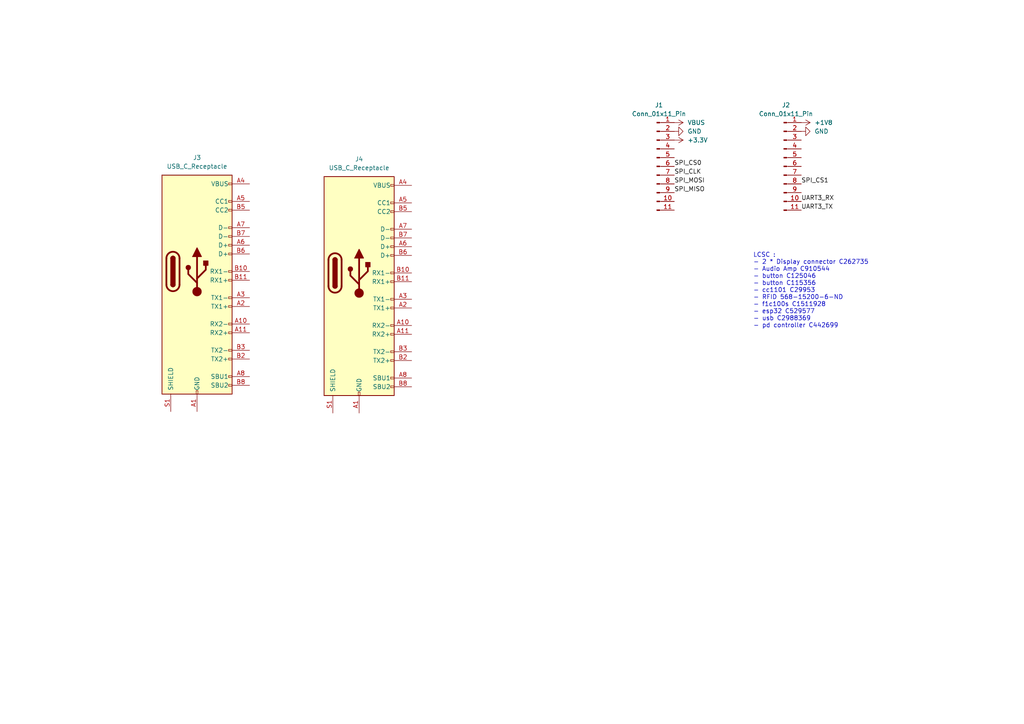
<source format=kicad_sch>
(kicad_sch (version 20230121) (generator eeschema)
  (paper "A4")
  (lib_symbols
    (symbol "Connector:Conn_01x11_Pin" (pin_names (offset 1.016) hide)
      (property "Reference" "J" (at 0 15.24 0))
      (property "Value" "Conn_01x11_Pin" (at 0 -15.24 0))
      (symbol "Conn_01x11_Pin_1_1"
        (polyline (pts (xy 1.27 -12.7) (xy 0.8636 -12.7)) (stroke (width 0.1524)))
        (polyline (pts (xy 1.27 -10.16) (xy 0.8636 -10.16)) (stroke (width 0.1524)))
        (polyline (pts (xy 1.27 -7.62) (xy 0.8636 -7.62)) (stroke (width 0.1524)))
        (polyline (pts (xy 1.27 -5.08) (xy 0.8636 -5.08)) (stroke (width 0.1524)))
        (polyline (pts (xy 1.27 -2.54) (xy 0.8636 -2.54)) (stroke (width 0.1524)))
        (polyline (pts (xy 1.27 0) (xy 0.8636 0)) (stroke (width 0.1524)))
        (polyline (pts (xy 1.27 2.54) (xy 0.8636 2.54)) (stroke (width 0.1524)))
        (polyline (pts (xy 1.27 5.08) (xy 0.8636 5.08)) (stroke (width 0.1524)))
        (polyline (pts (xy 1.27 7.62) (xy 0.8636 7.62)) (stroke (width 0.1524)))
        (polyline (pts (xy 1.27 10.16) (xy 0.8636 10.16)) (stroke (width 0.1524)))
        (polyline (pts (xy 1.27 12.7) (xy 0.8636 12.7)) (stroke (width 0.1524)))
        (rectangle (start 0.8636 -12.573) (end 0 -12.827) (stroke (width 0.1524)) (fill (type outline)))
        (rectangle (start 0.8636 -10.033) (end 0 -10.287) (stroke (width 0.1524)) (fill (type outline)))
        (rectangle (start 0.8636 -7.493) (end 0 -7.747) (stroke (width 0.1524)) (fill (type outline)))
        (rectangle (start 0.8636 -4.953) (end 0 -5.207) (stroke (width 0.1524)) (fill (type outline)))
        (rectangle (start 0.8636 -2.413) (end 0 -2.667) (stroke (width 0.1524)) (fill (type outline)))
        (rectangle (start 0.8636 0.127) (end 0 -0.127) (stroke (width 0.1524)) (fill (type outline)))
        (rectangle (start 0.8636 2.667) (end 0 2.413) (stroke (width 0.1524)) (fill (type outline)))
        (rectangle (start 0.8636 5.207) (end 0 4.953) (stroke (width 0.1524)) (fill (type outline)))
        (rectangle (start 0.8636 7.747) (end 0 7.493) (stroke (width 0.1524)) (fill (type outline)))
        (rectangle (start 0.8636 10.287) (end 0 10.033) (stroke (width 0.1524)) (fill (type outline)))
        (rectangle (start 0.8636 12.827) (end 0 12.573) (stroke (width 0.1524)) (fill (type outline)))
        (pin passive line (at 5.08 12.7 180) (length 3.81) (name "Pin_1") (number "1"))
        (pin passive line (at 5.08 -10.16 180) (length 3.81) (name "Pin_10") (number "10"))
        (pin passive line (at 5.08 -12.7 180) (length 3.81) (name "Pin_11") (number "11"))
        (pin passive line (at 5.08 10.16 180) (length 3.81) (name "Pin_2") (number "2"))
        (pin passive line (at 5.08 7.62 180) (length 3.81) (name "Pin_3") (number "3"))
        (pin passive line (at 5.08 5.08 180) (length 3.81) (name "Pin_4") (number "4"))
        (pin passive line (at 5.08 2.54 180) (length 3.81) (name "Pin_5") (number "5"))
        (pin passive line (at 5.08 0 180) (length 3.81) (name "Pin_6") (number "6"))
        (pin passive line (at 5.08 -2.54 180) (length 3.81) (name "Pin_7") (number "7"))
        (pin passive line (at 5.08 -5.08 180) (length 3.81) (name "Pin_8") (number "8"))
        (pin passive line (at 5.08 -7.62 180) (length 3.81) (name "Pin_9") (number "9"))
      )
    )
    (symbol "Connector:USB_C_Receptacle" (pin_names (offset 1.016))
      (property "Reference" "J" (at -10.16 29.21 0))
      (property "Value" "USB_C_Receptacle" (at 10.16 29.21 0))
      (symbol "USB_C_Receptacle_0_0"
        (rectangle (start -0.254 -35.56) (end 0.254 -34.544))
        (rectangle (start 10.16 -32.766) (end 9.144 -33.274))
        (rectangle (start 10.16 -30.226) (end 9.144 -30.734))
        (rectangle (start 10.16 -25.146) (end 9.144 -25.654))
        (rectangle (start 10.16 -22.606) (end 9.144 -23.114))
        (rectangle (start 10.16 -17.526) (end 9.144 -18.034))
        (rectangle (start 10.16 -14.986) (end 9.144 -15.494))
        (rectangle (start 10.16 -9.906) (end 9.144 -10.414))
        (rectangle (start 10.16 -7.366) (end 9.144 -7.874))
        (rectangle (start 10.16 -2.286) (end 9.144 -2.794))
        (rectangle (start 10.16 0.254) (end 9.144 -0.254))
        (rectangle (start 10.16 5.334) (end 9.144 4.826))
        (rectangle (start 10.16 7.874) (end 9.144 7.366))
        (rectangle (start 10.16 10.414) (end 9.144 9.906))
        (rectangle (start 10.16 12.954) (end 9.144 12.446))
        (rectangle (start 10.16 18.034) (end 9.144 17.526))
        (rectangle (start 10.16 20.574) (end 9.144 20.066))
        (rectangle (start 10.16 25.654) (end 9.144 25.146))
      )
      (symbol "USB_C_Receptacle_0_1"
        (rectangle (start -10.16 27.94) (end 10.16 -35.56) (stroke (width 0.254)) (fill (type background)))
        (arc (start -8.89 -3.81) (mid -6.985 -5.7067) (end -5.08 -3.81) (stroke (width 0.508)))
        (arc (start -7.62 -3.81) (mid -6.985 -4.4423) (end -6.35 -3.81) (stroke (width 0.254)))
        (arc (start -7.62 -3.81) (mid -6.985 -4.4423) (end -6.35 -3.81) (stroke (width 0.254)) (fill (type outline)))
        (rectangle (start -7.62 -3.81) (end -6.35 3.81) (stroke (width 0.254)) (fill (type outline)))
        (arc (start -6.35 3.81) (mid -6.985 4.4423) (end -7.62 3.81) (stroke (width 0.254)))
        (arc (start -6.35 3.81) (mid -6.985 4.4423) (end -7.62 3.81) (stroke (width 0.254)) (fill (type outline)))
        (arc (start -5.08 3.81) (mid -6.985 5.7067) (end -8.89 3.81) (stroke (width 0.508)))
        (polyline (pts (xy -8.89 -3.81) (xy -8.89 3.81)) (stroke (width 0.508)))
        (polyline (pts (xy -5.08 3.81) (xy -5.08 -3.81)) (stroke (width 0.508)))
      )
      (symbol "USB_C_Receptacle_1_1"
        (circle (center -2.54 1.143) (radius 0.635) (stroke (width 0.254)) (fill (type outline)))
        (circle (center 0 -5.842) (radius 1.27) (fill (type outline)))
        (polyline (pts (xy 0 -5.842) (xy 0 4.318)) (stroke (width 0.508)))
        (polyline (pts (xy 0 -3.302) (xy -2.54 -0.762) (xy -2.54 0.508)) (stroke (width 0.508)))
        (polyline (pts (xy 0 -2.032) (xy 2.54 0.508) (xy 2.54 1.778)) (stroke (width 0.508)))
        (polyline (pts (xy -1.27 4.318) (xy 0 6.858) (xy 1.27 4.318) (xy -1.27 4.318)) (stroke (width 0.254)) (fill (type outline)))
        (rectangle (start 1.905 1.778) (end 3.175 3.048) (stroke (width 0.254)) (fill (type outline)))
        (pin passive line (at 0 -40.64 90) (length 5.08) (name "GND") (number "A1"))
        (pin bidirectional line (at 15.24 -15.24 180) (length 5.08) (name "RX2-") (number "A10"))
        (pin bidirectional line (at 15.24 -17.78 180) (length 5.08) (name "RX2+") (number "A11"))
        (pin passive line (at 0 -40.64 90) (length 5.08) hide (name "GND") (number "A12"))
        (pin bidirectional line (at 15.24 -10.16 180) (length 5.08) (name "TX1+") (number "A2"))
        (pin bidirectional line (at 15.24 -7.62 180) (length 5.08) (name "TX1-") (number "A3"))
        (pin passive line (at 15.24 25.4 180) (length 5.08) (name "VBUS") (number "A4"))
        (pin bidirectional line (at 15.24 20.32 180) (length 5.08) (name "CC1") (number "A5"))
        (pin bidirectional line (at 15.24 7.62 180) (length 5.08) (name "D+") (number "A6"))
        (pin bidirectional line (at 15.24 12.7 180) (length 5.08) (name "D-") (number "A7"))
        (pin bidirectional line (at 15.24 -30.48 180) (length 5.08) (name "SBU1") (number "A8"))
        (pin passive line (at 15.24 25.4 180) (length 5.08) hide (name "VBUS") (number "A9"))
        (pin passive line (at 0 -40.64 90) (length 5.08) hide (name "GND") (number "B1"))
        (pin bidirectional line (at 15.24 0 180) (length 5.08) (name "RX1-") (number "B10"))
        (pin bidirectional line (at 15.24 -2.54 180) (length 5.08) (name "RX1+") (number "B11"))
        (pin passive line (at 0 -40.64 90) (length 5.08) hide (name "GND") (number "B12"))
        (pin bidirectional line (at 15.24 -25.4 180) (length 5.08) (name "TX2+") (number "B2"))
        (pin bidirectional line (at 15.24 -22.86 180) (length 5.08) (name "TX2-") (number "B3"))
        (pin passive line (at 15.24 25.4 180) (length 5.08) hide (name "VBUS") (number "B4"))
        (pin bidirectional line (at 15.24 17.78 180) (length 5.08) (name "CC2") (number "B5"))
        (pin bidirectional line (at 15.24 5.08 180) (length 5.08) (name "D+") (number "B6"))
        (pin bidirectional line (at 15.24 10.16 180) (length 5.08) (name "D-") (number "B7"))
        (pin bidirectional line (at 15.24 -33.02 180) (length 5.08) (name "SBU2") (number "B8"))
        (pin passive line (at 15.24 25.4 180) (length 5.08) hide (name "VBUS") (number "B9"))
        (pin passive line (at -7.62 -40.64 90) (length 5.08) (name "SHIELD") (number "S1"))
      )
    )
    (symbol "power:+1V8" (power) (pin_names (offset 0))
      (property "Value" "+1V8" (at 0 3.556 0))
      (symbol "+1V8_0_1"
        (polyline (pts (xy -0.762 1.27) (xy 0 2.54)))
        (polyline (pts (xy 0 0) (xy 0 2.54)))
        (polyline (pts (xy 0 2.54) (xy 0.762 1.27)))
      )
      (symbol "+1V8_1_1"
        (pin power_in line (at 0 0 90) (length 0) hide (name "+1V8") (number "1"))
      )
    )
    (symbol "power:+3.3V" (power) (pin_names (offset 0))
      (property "Value" "+3.3V" (at 0 3.556 0))
      (symbol "+3.3V_0_1"
        (polyline (pts (xy -0.762 1.27) (xy 0 2.54)))
        (polyline (pts (xy 0 0) (xy 0 2.54)))
        (polyline (pts (xy 0 2.54) (xy 0.762 1.27)))
      )
      (symbol "+3.3V_1_1"
        (pin power_in line (at 0 0 90) (length 0) hide (name "+3.3V") (number "1"))
      )
    )
    (symbol "power:GND" (power) (pin_names (offset 0))
      (property "Value" "GND" (at 0 -3.81 0))
      (symbol "GND_0_1"
        (polyline (pts (xy 0 0) (xy 0 -1.27) (xy 1.27 -1.27) (xy 0 -2.54) (xy -1.27 -1.27) (xy 0 -1.27)))
      )
      (symbol "GND_1_1"
        (pin power_in line (at 0 0 270) (length 0) hide (name "GND") (number "1"))
      )
    )
    (symbol "power:VBUS" (power) (pin_names (offset 0))
      (property "Value" "VBUS" (at 0 3.81 0))
      (symbol "VBUS_0_1"
        (polyline (pts (xy -0.762 1.27) (xy 0 2.54)))
        (polyline (pts (xy 0 0) (xy 0 2.54)))
        (polyline (pts (xy 0 2.54) (xy 0.762 1.27)))
      )
      (symbol "VBUS_1_1"
        (pin power_in line (at 0 0 90) (length 0) hide (name "VBUS") (number "1"))
      )
    )
  )
  (text "LCSC :\n- 2 * Display connector C262735\n- Audio Amp C910544\n- button C125046\n- button C115356\n- cc1101 C29953\n- RFID 568-15200-6-ND\n- f1c100s C1511928\n- esp32 C529577\n- usb C2988369\n- pd controller C442699" (at 218.44 95.25 0) (effects (font (size 1.27 1.27)) (justify left bottom)))
  (label "SPI_CS1" (at 232.41 53.34 0))
  (label "SPI_MOSI" (at 195.58 53.34 0))
  (label "SPI_CLK" (at 195.58 50.8 0))
  (label "UART3_TX" (at 232.41 60.96 0))
  (label "SPI_CS0" (at 195.58 48.26 0))
  (label "SPI_MISO" (at 195.58 55.88 0))
  (label "UART3_RX" (at 232.41 58.42 0))
  (symbol (lib_id "power:VBUS") (at 195.58 35.56 270) (unit 1)
    (property "Reference" "#PWR01" (effects hide))
    (property "Value" "VBUS" (at 199.39 35.56 90) (effects (justify left)))
  )
  (symbol (lib_id "power:+1V8") (at 232.41 35.56 270) (unit 1)
    (property "Reference" "#PWR04" (effects hide))
    (property "Value" "+1V8" (at 236.22 35.56 90) (effects (justify left)))
  )
  (symbol (lib_id "Connector:Conn_01x11_Pin") (at 227.33 48.26 0) (unit 1)
    (property "Reference" "J2" (at 227.965 30.48 0))
    (property "Value" "Conn_01x11_Pin" (at 227.965 33.02 0))
    (property "Footprint" "Connector_PinSocket_2.54mm:PinSocket_1x11_P2.54mm_Vertical" (effects hide))
  )
  (symbol (lib_id "power:+3.3V") (at 195.58 40.64 270) (unit 1)
    (property "Reference" "#PWR03" (effects hide))
    (property "Value" "+3.3V" (at 199.39 40.64 90) (effects (justify left)))
  )
  (symbol (lib_id "power:GND") (at 195.58 38.1 90) (unit 1)
    (property "Reference" "#PWR02" (effects hide))
    (property "Value" "GND" (at 199.39 38.1 90) (effects (justify right)))
  )
  (symbol (lib_id "Connector:Conn_01x11_Pin") (at 190.5 48.26 0) (unit 1)
    (property "Reference" "J1" (at 191.135 30.48 0))
    (property "Value" "Conn_01x11_Pin" (at 191.135 33.02 0))
    (property "Footprint" "Connector_PinSocket_2.54mm:PinSocket_1x11_P2.54mm_Vertical" (effects hide))
  )
  (symbol (lib_id "Connector:USB_C_Receptacle") (at 57.15 78.74 0) (unit 1)
    (property "Reference" "J3" (at 57.15 45.72 0))
    (property "Value" "USB_C_Receptacle" (at 57.15 48.26 0))
    (property "Footprint" "Connector_USB:USB_C_Receptacle_Amphenol_12401548E4-2A_CircularHoles" (effects hide))
    (property "Datasheet" "https://www.usb.org/sites/default/files/documents/usb_type-c.zip" (effects hide))
  )
  (symbol (lib_id "power:GND") (at 232.41 38.1 90) (unit 1)
    (property "Reference" "#PWR05" (effects hide))
    (property "Value" "GND" (at 236.22 38.1 90) (effects (justify right)))
  )
  (symbol (lib_id "Connector:USB_C_Receptacle") (at 104.1598 79.168 0) (unit 1)
    (property "Reference" "J4" (at 104.1598 46.148 0))
    (property "Value" "USB_C_Receptacle" (at 104.1598 48.688 0))
    (property "Footprint" "Connector_USB:USB_C_Receptacle_Amphenol_12401548E4-2A_CircularHoles" (effects hide))
    (property "Datasheet" "https://www.usb.org/sites/default/files/documents/usb_type-c.zip" (effects hide))
  )
)
</source>
